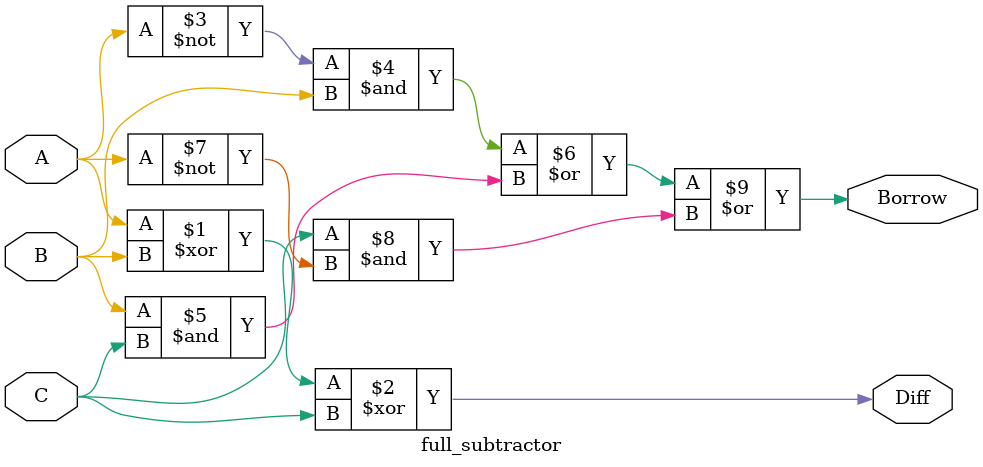
<source format=v>
`timescale 1ns / 1ps


module full_subtractor(
    input A,
    input B,
    input C,
    output Diff,
    output Borrow
    );
    assign Diff=A^B^C;
    assign Borrow=((~A&B)|(B&C)|(C&~A)); 
    
endmodule

</source>
